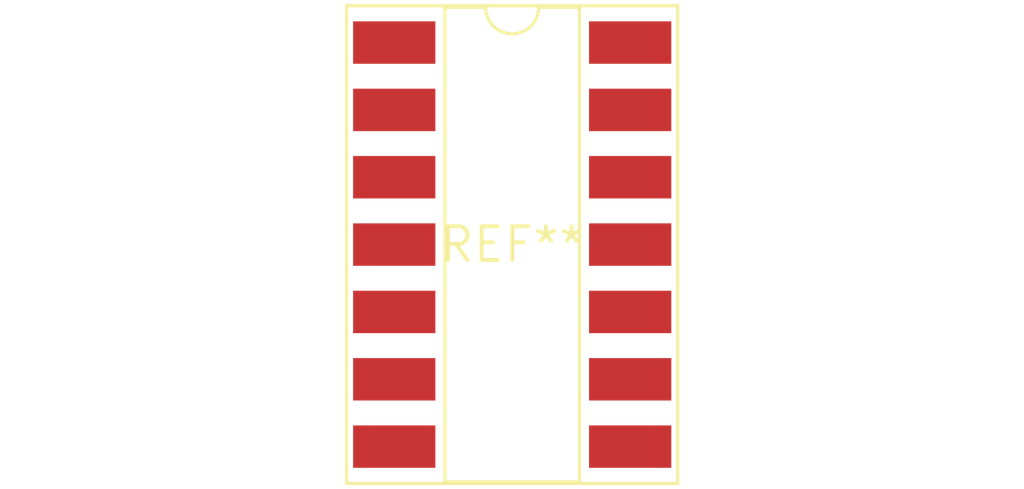
<source format=kicad_pcb>
(kicad_pcb (version 20240108) (generator pcbnew)
  (layers (0 "F.Cu" signal) (31 "B.Cu" signal) (34 "B.Paste" user) (35 "F.Paste" user) (36 "B.SilkS" user "B.Silkscreen") (37 "F.SilkS" user "F.Silkscreen") (38 "B.Mask" user) (39 "F.Mask" user) (44 "Edge.Cuts" user))
  (net 0 "")
  (footprint "DIP-14_W8.89mm_SMDSocket_LongPads" (layer "F.Cu") (at 0 0)
    (property "Reference" "REF**")
    (property "Value" "DIP-14_W8.89mm_SMDSocket_LongPads")
    (fp_line (start -6.235 -9.01) (end -6.235 9.01) (layer "F.SilkS") (stroke (width 0.12)))
    (fp_line (start -6.235 9.01) (end 6.235 9.01) (layer "F.SilkS") (stroke (width 0.12)))
    (fp_line (start -2.535 -8.95) (end -2.535 8.95) (layer "F.SilkS") (stroke (width 0.12)))
    (fp_line (start -2.535 8.95) (end 2.535 8.95) (layer "F.SilkS") (stroke (width 0.12)))
    (fp_line (start -1 -8.95) (end -2.535 -8.95) (layer "F.SilkS") (stroke (width 0.12)))
    (fp_line (start 2.535 -8.95) (end 1 -8.95) (layer "F.SilkS") (stroke (width 0.12)))
    (fp_line (start 2.535 8.95) (end 2.535 -8.95) (layer "F.SilkS") (stroke (width 0.12)))
    (fp_line (start 6.235 -9.01) (end -6.235 -9.01) (layer "F.SilkS") (stroke (width 0.12)))
    (fp_line (start 6.235 9.01) (end 6.235 -9.01) (layer "F.SilkS") (stroke (width 0.12)))
    (fp_arc (start 1 -8.95) (mid 0 -7.95) (end -1 -8.95) (layer "F.SilkS") (stroke (width 0.12)))
    (pad "1" smd rect (at -4.445 -7.62) (size 3.1 1.6) (layers "F.Cu" "F.Paste" "F.Mask"))
    (pad "2" smd rect (at -4.445 -5.08) (size 3.1 1.6) (layers "F.Cu" "F.Paste" "F.Mask"))
    (pad "3" smd rect (at -4.445 -2.54) (size 3.1 1.6) (layers "F.Cu" "F.Paste" "F.Mask"))
    (pad "4" smd rect (at -4.445 0) (size 3.1 1.6) (layers "F.Cu" "F.Paste" "F.Mask"))
    (pad "5" smd rect (at -4.445 2.54) (size 3.1 1.6) (layers "F.Cu" "F.Paste" "F.Mask"))
    (pad "6" smd rect (at -4.445 5.08) (size 3.1 1.6) (layers "F.Cu" "F.Paste" "F.Mask"))
    (pad "7" smd rect (at -4.445 7.62) (size 3.1 1.6) (layers "F.Cu" "F.Paste" "F.Mask"))
    (pad "8" smd rect (at 4.445 7.62) (size 3.1 1.6) (layers "F.Cu" "F.Paste" "F.Mask"))
    (pad "9" smd rect (at 4.445 5.08) (size 3.1 1.6) (layers "F.Cu" "F.Paste" "F.Mask"))
    (pad "10" smd rect (at 4.445 2.54) (size 3.1 1.6) (layers "F.Cu" "F.Paste" "F.Mask"))
    (pad "11" smd rect (at 4.445 0) (size 3.1 1.6) (layers "F.Cu" "F.Paste" "F.Mask"))
    (pad "12" smd rect (at 4.445 -2.54) (size 3.1 1.6) (layers "F.Cu" "F.Paste" "F.Mask"))
    (pad "13" smd rect (at 4.445 -5.08) (size 3.1 1.6) (layers "F.Cu" "F.Paste" "F.Mask"))
    (pad "14" smd rect (at 4.445 -7.62) (size 3.1 1.6) (layers "F.Cu" "F.Paste" "F.Mask"))
  )
)
</source>
